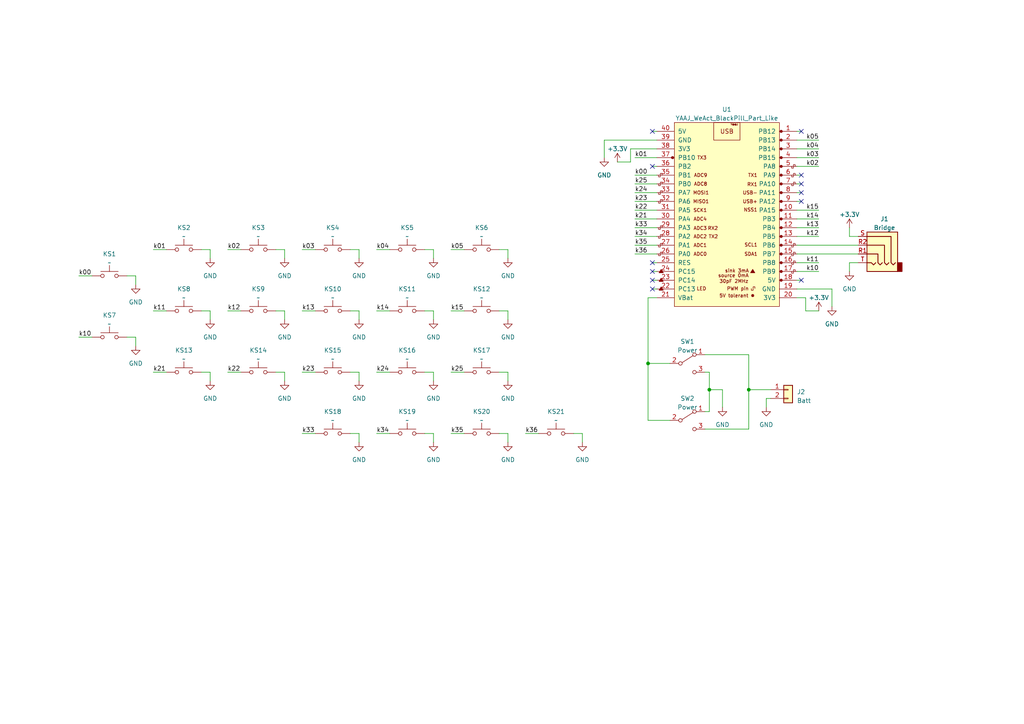
<source format=kicad_sch>
(kicad_sch (version 20230121) (generator eeschema)
  (paper "A4")
  (lib_symbols
    (symbol "Connector_Audio:AudioJack4"
      (property "Reference" "J" (at 0 8.89 0))
      (property "Value" "AudioJack4" (at 0 6.35 0))
      (symbol "AudioJack4_0_1"
        (rectangle (start -6.35 -5.08) (end -7.62 -7.62) (stroke (width 0.254)) (fill (type outline)))
        (polyline (pts (xy 0 -5.08) (xy 0.635 -5.715) (xy 1.27 -5.08) (xy 2.54 -5.08)) (stroke (width 0.254)))
        (polyline (pts (xy -5.715 -5.08) (xy -5.08 -5.715) (xy -4.445 -5.08) (xy -4.445 2.54) (xy 2.54 2.54)) (stroke (width 0.254)))
        (polyline (pts (xy -1.905 -5.08) (xy -1.27 -5.715) (xy -0.635 -5.08) (xy -0.635 -2.54) (xy 2.54 -2.54)) (stroke (width 0.254)))
        (polyline (pts (xy 2.54 0) (xy -2.54 0) (xy -2.54 -5.08) (xy -3.175 -5.715) (xy -3.81 -5.08)) (stroke (width 0.254)))
        (rectangle (start 2.54 3.81) (end -6.35 -7.62) (stroke (width 0.254)) (fill (type background)))
      )
      (symbol "AudioJack4_1_1"
        (pin passive line (at 5.08 -2.54 180) (length 2.54) (name "~") (number "R1"))
        (pin passive line (at 5.08 0 180) (length 2.54) (name "~") (number "R2"))
        (pin passive line (at 5.08 2.54 180) (length 2.54) (name "~") (number "S"))
        (pin passive line (at 5.08 -5.08 180) (length 2.54) (name "~") (number "T"))
      )
    )
    (symbol "Connector_Generic:Conn_01x02" (pin_names (offset 1.016) hide)
      (property "Reference" "J" (at 0 2.54 0))
      (property "Value" "Conn_01x02" (at 0 -5.08 0))
      (symbol "Conn_01x02_1_1"
        (rectangle (start -1.27 -2.413) (end 0 -2.667) (stroke (width 0.1524)))
        (rectangle (start -1.27 0.127) (end 0 -0.127) (stroke (width 0.1524)))
        (rectangle (start -1.27 1.27) (end 1.27 -3.81) (stroke (width 0.254)) (fill (type background)))
        (pin passive line (at -5.08 0 0) (length 3.81) (name "Pin_1") (number "1"))
        (pin passive line (at -5.08 -2.54 0) (length 3.81) (name "Pin_2") (number "2"))
      )
    )
    (symbol "Switch:SW_Push" (pin_numbers hide) (pin_names (offset 1.016) hide)
      (property "Reference" "SW" (at 1.27 2.54 0))
      (property "Value" "SW_Push" (at 0 -1.524 0))
      (symbol "SW_Push_0_1"
        (circle (center -2.032 0) (radius 0.508))
        (polyline (pts (xy 0 1.27) (xy 0 3.048)))
        (polyline (pts (xy 2.54 1.27) (xy -2.54 1.27)))
        (circle (center 2.032 0) (radius 0.508))
        (pin passive line (at -5.08 0 0) (length 2.54) (name "1") (number "1"))
        (pin passive line (at 5.08 0 180) (length 2.54) (name "2") (number "2"))
      )
    )
    (symbol "Switch:SW_SPDT" (pin_names (offset 0) hide)
      (property "Reference" "SW" (at 0 4.318 0))
      (property "Value" "SW_SPDT" (at 0 -5.08 0))
      (symbol "SW_SPDT_0_0"
        (circle (center -2.032 0) (radius 0.508))
        (circle (center 2.032 -2.54) (radius 0.508))
      )
      (symbol "SW_SPDT_0_1"
        (polyline (pts (xy -1.524 0.254) (xy 1.651 2.286)))
        (circle (center 2.032 2.54) (radius 0.508))
      )
      (symbol "SW_SPDT_1_1"
        (pin passive line (at 5.08 2.54 180) (length 2.54) (name "A") (number "1"))
        (pin passive line (at -5.08 0 0) (length 2.54) (name "B") (number "2"))
        (pin passive line (at 5.08 -2.54 180) (length 2.54) (name "C") (number "3"))
      )
    )
    (symbol "kb_weact_blackpill_like:YAAJ_WeAct_BlackPill_Part_Like" (pin_names (offset 1.016))
      (property "Reference" "U" (at -12.7 27.94 0))
      (property "Value" "YAAJ_WeAct_BlackPill_Part_Like" (at 0 2.54 90))
      (symbol "YAAJ_WeAct_BlackPill_Part_Like_0_0"
        (circle (center -15.748 -20.32) (radius 0.3556) (fill (type outline)))
        (circle (center -15.748 -17.78) (radius 0.3556) (fill (type outline)))
        (circle (center -15.748 -15.24) (radius 0.3556) (fill (type outline)))
        (circle (center -15.748 -12.7) (radius 0.3556) (fill (type outline)))
        (circle (center -15.748 -10.16) (radius 0.3556) (fill (type outline)))
        (circle (center -15.748 -7.62) (radius 0.3556) (fill (type outline)))
        (circle (center -15.748 -5.08) (radius 0.3556) (fill (type outline)))
        (circle (center -15.748 -2.54) (radius 0.3556) (fill (type outline)))
        (circle (center -15.748 0) (radius 0.3556) (fill (type outline)))
        (circle (center -15.748 2.54) (radius 0.3556) (fill (type outline)))
        (circle (center -15.748 5.08) (radius 0.3556) (fill (type outline)))
        (circle (center -15.748 7.62) (radius 0.3556) (fill (type outline)))
        (circle (center -15.748 10.16) (radius 0.3556) (fill (type outline)))
        (circle (center -15.748 12.7) (radius 0.3556) (fill (type outline)))
        (circle (center -15.748 15.24) (radius 0.3556) (fill (type outline)))
        (circle (center -15.748 17.78) (radius 0.3556) (fill (type outline)))
        (circle (center -15.748 22.86) (radius 0.3556) (fill (type outline)))
        (circle (center -7.493 -24.765) (radius 0.127) (fill (type outline)))
        (circle (center -7.493 -24.765) (radius 0.254))
        (circle (center -7.493 -24.765) (radius 0.3556))
        (polyline (pts (xy -8.128 -18.161) (xy -7.493 -17.145) (xy -6.858 -18.161) (xy -8.128 -18.161) (xy -7.493 -17.272) (xy -6.985 -18.161) (xy -8.001 -18.034) (xy -7.493 -17.399) (xy -7.112 -18.161) (xy -7.874 -17.907) (xy -7.366 -17.526) (xy -7.239 -18.161) (xy -7.747 -17.78) (xy -7.239 -17.653) (xy -7.366 -18.034) (xy -7.62 -17.78) (xy -7.366 -17.907) (xy -7.493 -17.653)))
        (polyline (pts (xy 18.415 -23.241) (xy 19.05 -22.225) (xy 19.685 -23.241) (xy 18.415 -23.241) (xy 19.05 -22.352) (xy 19.558 -23.241) (xy 18.542 -23.114) (xy 19.05 -22.479) (xy 19.431 -23.241) (xy 18.669 -22.987) (xy 19.177 -22.606) (xy 19.304 -23.241) (xy 18.796 -22.86) (xy 19.304 -22.733) (xy 19.177 -23.114) (xy 18.923 -22.86) (xy 19.177 -22.987) (xy 19.05 -22.733)))
        (polyline (pts (xy 18.415 -20.701) (xy 19.05 -19.685) (xy 19.685 -20.701) (xy 18.415 -20.701) (xy 19.05 -19.812) (xy 19.558 -20.701) (xy 18.542 -20.574) (xy 19.05 -19.939) (xy 19.431 -20.701) (xy 18.669 -20.447) (xy 19.177 -20.066) (xy 19.304 -20.701) (xy 18.796 -20.32) (xy 19.304 -20.193) (xy 19.177 -20.574) (xy 18.923 -20.32) (xy 19.177 -20.447) (xy 19.05 -20.193)))
        (polyline (pts (xy 18.415 -18.161) (xy 19.05 -17.145) (xy 19.685 -18.161) (xy 18.415 -18.161) (xy 19.05 -17.272) (xy 19.558 -18.161) (xy 18.542 -18.034) (xy 19.05 -17.399) (xy 19.431 -18.161) (xy 18.669 -17.907) (xy 19.177 -17.526) (xy 19.304 -18.161) (xy 18.796 -17.78) (xy 19.304 -17.653) (xy 19.177 -18.034) (xy 18.923 -17.78) (xy 19.177 -17.907) (xy 19.05 -17.653)))
        (circle (center 15.748 15.24) (radius 0.254) (fill (type outline)))
        (circle (center 15.748 15.24) (radius 0.3556))
        (text "30pF 2MHz" (at -2.032 -20.574 0) (effects (font (size 0.9906 0.9906))))
        (text "5V tolerant" (at -2.032 -24.765 0) (effects (font (size 0.9906 0.9906))))
        (text "ADC0" (at 7.747 -12.7 0) (effects (font (size 0.9906 0.9906))))
        (text "ADC1" (at 7.747 -10.16 0) (effects (font (size 0.9906 0.9906))))
        (text "ADC2" (at 7.747 -7.62 0) (effects (font (size 0.9906 0.9906))))
        (text "ADC3" (at 7.747 -5.207 0) (effects (font (size 0.9906 0.9906))))
        (text "ADC4" (at 7.747 -2.54 0) (effects (font (size 0.9906 0.9906))))
        (text "ADC8" (at 7.62 7.62 0) (effects (font (size 0.9906 0.9906))))
        (text "ADC9" (at 7.62 10.16 0) (effects (font (size 0.9906 0.9906))))
        (text "LED" (at 7.366 -22.733 0) (effects (font (size 0.9906 0.9906))))
        (text "MISO1" (at 7.493 2.54 0) (effects (font (size 0.9906 0.9906))))
        (text "MOSI1" (at 7.493 5.08 0) (effects (font (size 0.9906 0.9906))))
        (text "NSS1" (at -6.858 0.127 0) (effects (font (size 0.9906 0.9906))))
        (text "PWM pin" (at -3.175 -22.733 0) (effects (font (size 0.9906 0.9906))))
        (text "RX1" (at -7.366 7.493 0) (effects (font (size 0.9906 0.9906))))
        (text "RX2" (at 4.064 -5.207 0) (effects (font (size 0.9906 0.9906))))
        (text "SCK1" (at 7.747 0 0) (effects (font (size 0.9906 0.9906))))
        (text "SCL1" (at -6.985 -10.033 0) (effects (font (size 0.9906 0.9906))))
        (text "SDA1" (at -6.985 -12.7 0) (effects (font (size 0.9906 0.9906))))
        (text "sink 3mA" (at -2.921 -17.526 0) (effects (font (size 0.9906 0.9906))))
        (text "source 0mA" (at -1.905 -18.923 0) (effects (font (size 0.9906 0.9906))))
        (text "TX1" (at -7.493 10.16 0) (effects (font (size 0.9906 0.9906))))
        (text "TX2" (at 3.937 -7.62 0) (effects (font (size 0.9906 0.9906))))
        (text "TX3" (at 7.239 15.24 0) (effects (font (size 0.9906 0.9906))))
        (text "USB" (at 0 22.86 0) (effects (font (size 1.27 1.27))))
        (text "USB+" (at -6.731 2.54 0) (effects (font (size 0.9906 0.9906))))
        (text "USB-" (at -6.731 5.08 0) (effects (font (size 0.9906 0.9906))))
        (text "Y@@J" (at -2.159 24.892 0) (effects (font (size 0.508 0.508))))
      )
      (symbol "YAAJ_WeAct_BlackPill_Part_Like_0_1"
        (rectangle (start -15.24 25.4) (end 15.24 -27.94) (fill (type background)))
        (polyline (pts (xy -18.796 -17.78) (xy -18.796 -18.288) (xy -19.304 -18.288) (xy -19.304 -17.272) (xy -19.812 -17.272) (xy -19.812 -17.78)))
        (polyline (pts (xy -18.796 -15.24) (xy -18.796 -15.748) (xy -19.304 -15.748) (xy -19.304 -14.732) (xy -19.812 -14.732) (xy -19.812 -15.24)))
        (polyline (pts (xy -18.796 -12.7) (xy -18.796 -13.208) (xy -19.304 -13.208) (xy -19.304 -12.192) (xy -19.812 -12.192) (xy -19.812 -12.7)))
        (polyline (pts (xy -18.796 -10.16) (xy -18.796 -10.668) (xy -19.304 -10.668) (xy -19.304 -9.652) (xy -19.812 -9.652) (xy -19.812 -10.16)))
        (polyline (pts (xy -18.796 7.62) (xy -18.796 7.112) (xy -19.304 7.112) (xy -19.304 8.128) (xy -19.812 8.128) (xy -19.812 7.62)))
        (polyline (pts (xy -18.796 10.16) (xy -18.796 9.652) (xy -19.304 9.652) (xy -19.304 10.668) (xy -19.812 10.668) (xy -19.812 10.16)))
        (polyline (pts (xy -18.796 12.7) (xy -18.796 12.192) (xy -19.304 12.192) (xy -19.304 13.208) (xy -19.812 13.208) (xy -19.812 12.7)))
        (polyline (pts (xy -7.112 -22.733) (xy -7.112 -23.241) (xy -7.62 -23.241) (xy -7.62 -22.225) (xy -8.128 -22.225) (xy -8.128 -22.733)))
        (polyline (pts (xy 19.812 -12.7) (xy 19.812 -13.208) (xy 19.304 -13.208) (xy 19.304 -12.192) (xy 18.796 -12.192) (xy 18.796 -12.7)))
        (polyline (pts (xy 19.812 -10.16) (xy 19.812 -10.668) (xy 19.304 -10.668) (xy 19.304 -9.652) (xy 18.796 -9.652) (xy 18.796 -10.16)))
        (polyline (pts (xy 19.812 -7.62) (xy 19.812 -8.128) (xy 19.304 -8.128) (xy 19.304 -7.112) (xy 18.796 -7.112) (xy 18.796 -7.62)))
        (polyline (pts (xy 19.812 -5.08) (xy 19.812 -5.588) (xy 19.304 -5.588) (xy 19.304 -4.572) (xy 18.796 -4.572) (xy 18.796 -5.08)))
        (polyline (pts (xy 19.812 2.54) (xy 19.812 2.032) (xy 19.304 2.032) (xy 19.304 3.048) (xy 18.796 3.048) (xy 18.796 2.54)))
        (polyline (pts (xy 19.812 5.08) (xy 19.812 4.572) (xy 19.304 4.572) (xy 19.304 5.588) (xy 18.796 5.588) (xy 18.796 5.08)))
        (polyline (pts (xy 19.812 7.62) (xy 19.812 7.112) (xy 19.304 7.112) (xy 19.304 8.128) (xy 18.796 8.128) (xy 18.796 7.62)))
        (polyline (pts (xy 19.812 10.16) (xy 19.812 9.652) (xy 19.304 9.652) (xy 19.304 10.668) (xy 18.796 10.668) (xy 18.796 10.16)))
        (rectangle (start 3.81 25.4) (end -3.81 20.32))
      )
      (symbol "YAAJ_WeAct_BlackPill_Part_Like_1_1"
        (circle (center -15.748 20.32) (radius 0.3556) (fill (type outline)))
        (pin bidirectional line (at -20.32 22.86 0) (length 5.08) (name "PB12") (number "1"))
        (pin bidirectional line (at -20.32 0 0) (length 5.08) (name "PA15") (number "10"))
        (pin bidirectional line (at -20.32 -2.54 0) (length 5.08) (name "PB3") (number "11"))
        (pin bidirectional line (at -20.32 -5.08 0) (length 5.08) (name "PB4") (number "12"))
        (pin bidirectional line (at -20.32 -7.62 0) (length 5.08) (name "PB5") (number "13"))
        (pin bidirectional line (at -20.32 -10.16 0) (length 5.08) (name "PB6") (number "14"))
        (pin bidirectional line (at -20.32 -12.7 0) (length 5.08) (name "PB7") (number "15"))
        (pin bidirectional line (at -20.32 -15.24 0) (length 5.08) (name "PB8") (number "16"))
        (pin bidirectional line (at -20.32 -17.78 0) (length 5.08) (name "PB9") (number "17"))
        (pin power_in line (at -20.32 -20.32 0) (length 5.08) (name "5V") (number "18"))
        (pin power_in line (at -20.32 -22.86 0) (length 5.08) (name "GND") (number "19"))
        (pin bidirectional line (at -20.32 20.32 0) (length 5.08) (name "PB13") (number "2"))
        (pin power_in line (at -20.32 -25.4 0) (length 5.08) (name "3V3") (number "20"))
        (pin power_in line (at 20.32 -25.4 180) (length 5.08) (name "VBat") (number "21"))
        (pin bidirectional line (at 20.32 -22.86 180) (length 5.08) (name "PC13") (number "22"))
        (pin bidirectional line (at 20.32 -20.32 180) (length 5.08) (name "PC14") (number "23"))
        (pin bidirectional line (at 20.32 -17.78 180) (length 5.08) (name "PC15") (number "24"))
        (pin input line (at 20.32 -15.24 180) (length 5.08) (name "RES") (number "25"))
        (pin bidirectional line (at 20.32 -12.7 180) (length 5.08) (name "PA0") (number "26"))
        (pin bidirectional line (at 20.32 -10.16 180) (length 5.08) (name "PA1") (number "27"))
        (pin bidirectional line (at 20.32 -7.62 180) (length 5.08) (name "PA2") (number "28"))
        (pin bidirectional line (at 20.32 -5.08 180) (length 5.08) (name "PA3") (number "29"))
        (pin bidirectional line (at -20.32 17.78 0) (length 5.08) (name "PB14") (number "3"))
        (pin bidirectional line (at 20.32 -2.54 180) (length 5.08) (name "PA4") (number "30"))
        (pin bidirectional line (at 20.32 0 180) (length 5.08) (name "PA5") (number "31"))
        (pin bidirectional line (at 20.32 2.54 180) (length 5.08) (name "PA6") (number "32"))
        (pin bidirectional line (at 20.32 5.08 180) (length 5.08) (name "PA7") (number "33"))
        (pin bidirectional line (at 20.32 7.62 180) (length 5.08) (name "PB0") (number "34"))
        (pin bidirectional line (at 20.32 10.16 180) (length 5.08) (name "PB1") (number "35"))
        (pin bidirectional line (at 20.32 12.7 180) (length 5.08) (name "PB2") (number "36"))
        (pin bidirectional line (at 20.32 15.24 180) (length 5.08) (name "PB10") (number "37"))
        (pin power_in line (at 20.32 17.78 180) (length 5.08) (name "3V3") (number "38"))
        (pin power_in line (at 20.32 20.32 180) (length 5.08) (name "GND") (number "39"))
        (pin bidirectional line (at -20.32 15.24 0) (length 5.08) (name "PB15") (number "4"))
        (pin power_in line (at 20.32 22.86 180) (length 5.08) (name "5V") (number "40"))
        (pin bidirectional line (at -20.32 12.7 0) (length 5.08) (name "PA8") (number "5"))
        (pin bidirectional line (at -20.32 10.16 0) (length 5.08) (name "PA9") (number "6"))
        (pin bidirectional line (at -20.32 7.62 0) (length 5.08) (name "PA10") (number "7"))
        (pin bidirectional line (at -20.32 5.08 0) (length 5.08) (name "PA11") (number "8"))
        (pin bidirectional line (at -20.32 2.54 0) (length 5.08) (name "PA12") (number "9"))
      )
    )
    (symbol "power:+3.3V" (power) (pin_names (offset 0))
      (property "Value" "+3.3V" (at 0 3.556 0))
      (symbol "+3.3V_0_1"
        (polyline (pts (xy -0.762 1.27) (xy 0 2.54)))
        (polyline (pts (xy 0 0) (xy 0 2.54)))
        (polyline (pts (xy 0 2.54) (xy 0.762 1.27)))
      )
      (symbol "+3.3V_1_1"
        (pin power_in line (at 0 0 90) (length 0) hide (name "+3.3V") (number "1"))
      )
    )
    (symbol "power:GND" (power) (pin_names (offset 0))
      (property "Value" "GND" (at 0 -3.81 0))
      (symbol "GND_0_1"
        (polyline (pts (xy 0 0) (xy 0 -1.27) (xy 1.27 -1.27) (xy 0 -2.54) (xy -1.27 -1.27) (xy 0 -1.27)))
      )
      (symbol "GND_1_1"
        (pin power_in line (at 0 0 270) (length 0) hide (name "GND") (number "1"))
      )
    )
  )
  (junction (at 205.74 113.03))
  (junction (at 187.96 105.41))
  (junction (at 217.17 113.03))
  (no_connect (at 232.41 50.8))
  (no_connect (at 232.41 58.42))
  (no_connect (at 232.41 81.28))
  (no_connect (at 189.23 38.1))
  (no_connect (at 232.41 38.1))
  (no_connect (at 232.41 55.88))
  (no_connect (at 189.23 81.28))
  (no_connect (at 232.41 53.34))
  (no_connect (at 189.23 83.82))
  (no_connect (at 189.23 48.26))
  (no_connect (at 189.23 76.2))
  (no_connect (at 189.23 78.74))
  (wire (pts (xy 130.81 90.17) (xy 134.62 90.17)))
  (wire (pts (xy 44.45 90.17) (xy 48.26 90.17)))
  (wire (pts (xy 184.15 50.8) (xy 190.5 50.8)))
  (wire (pts (xy 175.26 40.64) (xy 175.26 45.72)))
  (wire (pts (xy 231.14 76.2) (xy 237.49 76.2)))
  (wire (pts (xy 147.32 110.49) (xy 147.32 107.95)))
  (wire (pts (xy 104.14 72.39) (xy 101.6 72.39)))
  (wire (pts (xy 231.14 68.58) (xy 237.49 68.58)))
  (wire (pts (xy 182.88 46.99) (xy 179.07 46.99)))
  (wire (pts (xy 39.37 80.01) (xy 36.83 80.01)))
  (wire (pts (xy 66.04 107.95) (xy 69.85 107.95)))
  (wire (pts (xy 147.32 74.93) (xy 147.32 72.39)))
  (wire (pts (xy 184.15 53.34) (xy 190.5 53.34)))
  (wire (pts (xy 189.23 81.28) (xy 190.5 81.28)))
  (wire (pts (xy 104.14 110.49) (xy 104.14 107.95)))
  (wire (pts (xy 125.73 128.27) (xy 125.73 125.73)))
  (wire (pts (xy 187.96 86.36) (xy 187.96 105.41)))
  (wire (pts (xy 125.73 125.73) (xy 123.19 125.73)))
  (wire (pts (xy 147.32 72.39) (xy 144.78 72.39)))
  (wire (pts (xy 125.73 110.49) (xy 125.73 107.95)))
  (wire (pts (xy 104.14 107.95) (xy 101.6 107.95)))
  (wire (pts (xy 182.88 43.18) (xy 190.5 43.18)))
  (wire (pts (xy 184.15 71.12) (xy 190.5 71.12)))
  (wire (pts (xy 231.14 50.8) (xy 232.41 50.8)))
  (wire (pts (xy 189.23 78.74) (xy 190.5 78.74)))
  (wire (pts (xy 66.04 90.17) (xy 69.85 90.17)))
  (wire (pts (xy 147.32 125.73) (xy 144.78 125.73)))
  (wire (pts (xy 189.23 83.82) (xy 190.5 83.82)))
  (wire (pts (xy 147.32 128.27) (xy 147.32 125.73)))
  (wire (pts (xy 184.15 58.42) (xy 190.5 58.42)))
  (wire (pts (xy 104.14 92.71) (xy 104.14 90.17)))
  (wire (pts (xy 168.91 125.73) (xy 166.37 125.73)))
  (wire (pts (xy 189.23 38.1) (xy 190.5 38.1)))
  (wire (pts (xy 205.74 113.03) (xy 209.55 113.03)))
  (wire (pts (xy 184.15 66.04) (xy 190.5 66.04)))
  (wire (pts (xy 66.04 72.39) (xy 69.85 72.39)))
  (wire (pts (xy 44.45 107.95) (xy 48.26 107.95)))
  (wire (pts (xy 147.32 107.95) (xy 144.78 107.95)))
  (wire (pts (xy 109.22 90.17) (xy 113.03 90.17)))
  (wire (pts (xy 125.73 72.39) (xy 123.19 72.39)))
  (wire (pts (xy 125.73 92.71) (xy 125.73 90.17)))
  (wire (pts (xy 104.14 90.17) (xy 101.6 90.17)))
  (wire (pts (xy 60.96 110.49) (xy 60.96 107.95)))
  (wire (pts (xy 104.14 74.93) (xy 104.14 72.39)))
  (wire (pts (xy 60.96 74.93) (xy 60.96 72.39)))
  (wire (pts (xy 217.17 102.87) (xy 204.47 102.87)))
  (wire (pts (xy 87.63 107.95) (xy 91.44 107.95)))
  (wire (pts (xy 231.14 43.18) (xy 237.49 43.18)))
  (wire (pts (xy 231.14 38.1) (xy 232.41 38.1)))
  (wire (pts (xy 233.68 86.36) (xy 231.14 86.36)))
  (wire (pts (xy 222.25 115.57) (xy 223.52 115.57)))
  (wire (pts (xy 231.14 45.72) (xy 237.49 45.72)))
  (wire (pts (xy 184.15 73.66) (xy 190.5 73.66)))
  (wire (pts (xy 233.68 90.17) (xy 233.68 86.36)))
  (wire (pts (xy 205.74 119.38) (xy 205.74 113.03)))
  (wire (pts (xy 125.73 107.95) (xy 123.19 107.95)))
  (wire (pts (xy 248.92 68.58) (xy 246.38 68.58)))
  (wire (pts (xy 39.37 82.55) (xy 39.37 80.01)))
  (wire (pts (xy 82.55 110.49) (xy 82.55 107.95)))
  (wire (pts (xy 168.91 128.27) (xy 168.91 125.73)))
  (wire (pts (xy 231.14 83.82) (xy 241.3 83.82)))
  (wire (pts (xy 39.37 100.33) (xy 39.37 97.79)))
  (wire (pts (xy 217.17 124.46) (xy 217.17 113.03)))
  (wire (pts (xy 233.68 90.17) (xy 237.49 90.17)))
  (wire (pts (xy 184.15 55.88) (xy 190.5 55.88)))
  (wire (pts (xy 187.96 86.36) (xy 190.5 86.36)))
  (wire (pts (xy 204.47 119.38) (xy 205.74 119.38)))
  (wire (pts (xy 248.92 76.2) (xy 246.38 76.2)))
  (wire (pts (xy 22.86 80.01) (xy 26.67 80.01)))
  (wire (pts (xy 205.74 107.95) (xy 205.74 113.03)))
  (wire (pts (xy 231.14 55.88) (xy 232.41 55.88)))
  (wire (pts (xy 184.15 68.58) (xy 190.5 68.58)))
  (wire (pts (xy 222.25 115.57) (xy 222.25 118.11)))
  (wire (pts (xy 189.23 48.26) (xy 190.5 48.26)))
  (wire (pts (xy 109.22 125.73) (xy 113.03 125.73)))
  (wire (pts (xy 189.23 76.2) (xy 190.5 76.2)))
  (wire (pts (xy 60.96 107.95) (xy 58.42 107.95)))
  (wire (pts (xy 109.22 72.39) (xy 113.03 72.39)))
  (wire (pts (xy 87.63 125.73) (xy 91.44 125.73)))
  (wire (pts (xy 22.86 97.79) (xy 26.67 97.79)))
  (wire (pts (xy 152.4 125.73) (xy 156.21 125.73)))
  (wire (pts (xy 231.14 58.42) (xy 232.41 58.42)))
  (wire (pts (xy 104.14 128.27) (xy 104.14 125.73)))
  (wire (pts (xy 182.88 43.18) (xy 182.88 46.99)))
  (wire (pts (xy 104.14 125.73) (xy 101.6 125.73)))
  (wire (pts (xy 60.96 72.39) (xy 58.42 72.39)))
  (wire (pts (xy 205.74 107.95) (xy 204.47 107.95)))
  (wire (pts (xy 87.63 72.39) (xy 91.44 72.39)))
  (wire (pts (xy 231.14 66.04) (xy 237.49 66.04)))
  (wire (pts (xy 231.14 81.28) (xy 232.41 81.28)))
  (wire (pts (xy 82.55 74.93) (xy 82.55 72.39)))
  (wire (pts (xy 231.14 73.66) (xy 248.92 73.66)))
  (wire (pts (xy 204.47 124.46) (xy 217.17 124.46)))
  (wire (pts (xy 231.14 53.34) (xy 232.41 53.34)))
  (wire (pts (xy 39.37 97.79) (xy 36.83 97.79)))
  (wire (pts (xy 184.15 45.72) (xy 190.5 45.72)))
  (wire (pts (xy 130.81 107.95) (xy 134.62 107.95)))
  (wire (pts (xy 82.55 107.95) (xy 80.01 107.95)))
  (wire (pts (xy 231.14 60.96) (xy 237.49 60.96)))
  (wire (pts (xy 231.14 40.64) (xy 237.49 40.64)))
  (wire (pts (xy 217.17 102.87) (xy 217.17 113.03)))
  (wire (pts (xy 194.31 121.92) (xy 187.96 121.92)))
  (wire (pts (xy 184.15 63.5) (xy 190.5 63.5)))
  (wire (pts (xy 87.63 90.17) (xy 91.44 90.17)))
  (wire (pts (xy 217.17 113.03) (xy 223.52 113.03)))
  (wire (pts (xy 147.32 92.71) (xy 147.32 90.17)))
  (wire (pts (xy 147.32 90.17) (xy 144.78 90.17)))
  (wire (pts (xy 246.38 66.04) (xy 246.38 68.58)))
  (wire (pts (xy 231.14 78.74) (xy 237.49 78.74)))
  (wire (pts (xy 82.55 72.39) (xy 80.01 72.39)))
  (wire (pts (xy 125.73 74.93) (xy 125.73 72.39)))
  (wire (pts (xy 184.15 60.96) (xy 190.5 60.96)))
  (wire (pts (xy 44.45 72.39) (xy 48.26 72.39)))
  (wire (pts (xy 187.96 121.92) (xy 187.96 105.41)))
  (wire (pts (xy 125.73 90.17) (xy 123.19 90.17)))
  (wire (pts (xy 60.96 90.17) (xy 58.42 90.17)))
  (wire (pts (xy 175.26 40.64) (xy 190.5 40.64)))
  (wire (pts (xy 231.14 48.26) (xy 237.49 48.26)))
  (wire (pts (xy 231.14 63.5) (xy 237.49 63.5)))
  (wire (pts (xy 82.55 90.17) (xy 80.01 90.17)))
  (wire (pts (xy 209.55 113.03) (xy 209.55 118.11)))
  (wire (pts (xy 82.55 92.71) (xy 82.55 90.17)))
  (wire (pts (xy 60.96 92.71) (xy 60.96 90.17)))
  (wire (pts (xy 109.22 107.95) (xy 113.03 107.95)))
  (wire (pts (xy 241.3 83.82) (xy 241.3 88.9)))
  (wire (pts (xy 130.81 72.39) (xy 134.62 72.39)))
  (wire (pts (xy 187.96 105.41) (xy 194.31 105.41)))
  (wire (pts (xy 246.38 76.2) (xy 246.38 78.74)))
  (wire (pts (xy 130.81 125.73) (xy 134.62 125.73)))
  (wire (pts (xy 231.14 71.12) (xy 248.92 71.12)))
  (label "k23" (at 184.15 58.42 0))
  (label "k21" (at 44.45 107.95 0))
  (label "k01" (at 44.45 72.39 0))
  (label "k33" (at 184.15 66.04 0))
  (label "k34" (at 109.22 125.73 0))
  (label "k13" (at 87.63 90.17 0))
  (label "k00" (at 184.15 50.8 0))
  (label "k36" (at 184.15 73.66 0))
  (label "k22" (at 66.04 107.95 0))
  (label "k14" (at 237.49 63.5 180))
  (label "k01" (at 184.15 45.72 0))
  (label "k11" (at 44.45 90.17 0))
  (label "k14" (at 109.22 90.17 0))
  (label "k22" (at 184.15 60.96 0))
  (label "k12" (at 66.04 90.17 0))
  (label "k00" (at 22.86 80.01 0))
  (label "k02" (at 237.49 48.26 180))
  (label "k21" (at 184.15 63.5 0))
  (label "k04" (at 109.22 72.39 0))
  (label "k12" (at 237.49 68.58 180))
  (label "k05" (at 130.81 72.39 0))
  (label "k10" (at 237.49 78.74 180))
  (label "k35" (at 130.81 125.73 0))
  (label "k03" (at 87.63 72.39 0))
  (label "k15" (at 130.81 90.17 0))
  (label "k24" (at 184.15 55.88 0))
  (label "k10" (at 22.86 97.79 0))
  (label "k34" (at 184.15 68.58 0))
  (label "k25" (at 130.81 107.95 0))
  (label "k33" (at 87.63 125.73 0))
  (label "k04" (at 237.49 43.18 180))
  (label "k24" (at 109.22 107.95 0))
  (label "k13" (at 237.49 66.04 180))
  (label "k15" (at 237.49 60.96 180))
  (label "k02" (at 66.04 72.39 0))
  (label "k05" (at 237.49 40.64 180))
  (label "k35" (at 184.15 71.12 0))
  (label "k25" (at 184.15 53.34 0))
  (label "k36" (at 152.4 125.73 0))
  (label "k11" (at 237.49 76.2 180))
  (label "k03" (at 237.49 45.72 180))
  (label "k23" (at 87.63 107.95 0))
  (symbol (lib_id "power:GND") (at 147.32 92.71 0) (unit 1)
    (property "Reference" "#PWR015" (effects hide))
    (property "Value" "GND" (at 147.32 97.79 0))
  )
  (symbol (lib_id "power:GND") (at 147.32 74.93 0) (unit 1)
    (property "Reference" "#PWR09" (effects hide))
    (property "Value" "GND" (at 147.32 80.01 0))
  )
  (symbol (lib_id "Switch:SW_Push") (at 31.75 80.01 0) (unit 1)
    (property "Reference" "KS1" (at 31.75 73.66 0))
    (property "Value" "~" (at 31.75 76.2 0))
    (property "Footprint" "nantor:Kailh_socket_PG1350_optional_reversible_clean" (effects hide))
  )
  (symbol (lib_id "power:GND") (at 60.96 92.71 0) (unit 1)
    (property "Reference" "#PWR011" (effects hide))
    (property "Value" "GND" (at 60.96 97.79 0))
  )
  (symbol (lib_id "power:GND") (at 82.55 110.49 0) (unit 1)
    (property "Reference" "#PWR017" (effects hide))
    (property "Value" "GND" (at 82.55 115.57 0))
  )
  (symbol (lib_id "power:GND") (at 125.73 110.49 0) (unit 1)
    (property "Reference" "#PWR019" (effects hide))
    (property "Value" "GND" (at 125.73 115.57 0))
  )
  (symbol (lib_id "power:GND") (at 104.14 110.49 0) (unit 1)
    (property "Reference" "#PWR018" (effects hide))
    (property "Value" "GND" (at 104.14 115.57 0))
  )
  (symbol (lib_id "power:GND") (at 60.96 74.93 0) (unit 1)
    (property "Reference" "#PWR05" (effects hide))
    (property "Value" "GND" (at 60.96 80.01 0))
  )
  (symbol (lib_id "kb_weact_blackpill_like:YAAJ_WeAct_BlackPill_Part_Like") (at 210.82 60.96 0) (mirror y) (unit 1)
    (property "Reference" "U1" (at 210.82 31.75 0))
    (property "Value" "YAAJ_WeAct_BlackPill_Part_Like" (at 210.82 34.29 0))
    (property "Footprint" "nantor:BlackPill" (effects hide))
  )
  (symbol (lib_id "power:GND") (at 104.14 92.71 0) (unit 1)
    (property "Reference" "#PWR013" (effects hide))
    (property "Value" "GND" (at 104.14 97.79 0))
  )
  (symbol (lib_id "Switch:SW_Push") (at 161.29 125.73 0) (unit 1)
    (property "Reference" "KS21" (at 161.29 119.38 0))
    (property "Value" "~" (at 161.29 121.92 0))
    (property "Footprint" "nantor:Kailh_socket_PG1350_optional_reversible_clean" (effects hide))
  )
  (symbol (lib_id "power:GND") (at 39.37 100.33 0) (unit 1)
    (property "Reference" "#PWR010" (effects hide))
    (property "Value" "GND" (at 39.37 105.41 0))
  )
  (symbol (lib_id "Switch:SW_Push") (at 53.34 72.39 0) (unit 1)
    (property "Reference" "KS2" (at 53.34 66.04 0))
    (property "Value" "~" (at 53.34 68.58 0))
    (property "Footprint" "nantor:Kailh_socket_PG1350_optional_reversible_clean" (effects hide))
  )
  (symbol (lib_id "Switch:SW_Push") (at 118.11 72.39 0) (unit 1)
    (property "Reference" "KS5" (at 118.11 66.04 0))
    (property "Value" "~" (at 118.11 68.58 0))
    (property "Footprint" "nantor:Kailh_socket_PG1350_optional_reversible_clean" (effects hide))
  )
  (symbol (lib_id "power:+3.3V") (at 246.38 66.04 0) (mirror y) (unit 1)
    (property "Reference" "#PWR02" (effects hide))
    (property "Value" "+3.3V" (at 246.38 62.23 0))
  )
  (symbol (lib_id "Switch:SW_Push") (at 96.52 72.39 0) (unit 1)
    (property "Reference" "KS4" (at 96.52 66.04 0))
    (property "Value" "~" (at 96.52 68.58 0))
    (property "Footprint" "nantor:Kailh_socket_PG1350_optional_reversible_clean" (effects hide))
  )
  (symbol (lib_id "power:GND") (at 209.55 118.11 0) (unit 1)
    (property "Reference" "#PWR01" (effects hide))
    (property "Value" "GND" (at 209.55 123.19 0))
  )
  (symbol (lib_id "Switch:SW_Push") (at 96.52 125.73 0) (unit 1)
    (property "Reference" "KS18" (at 96.52 119.38 0))
    (property "Value" "~" (at 96.52 121.92 0))
    (property "Footprint" "nantor:Kailh_socket_PG1350_optional_reversible_clean" (effects hide))
  )
  (symbol (lib_id "power:GND") (at 147.32 110.49 0) (unit 1)
    (property "Reference" "#PWR020" (effects hide))
    (property "Value" "GND" (at 147.32 115.57 0))
  )
  (symbol (lib_id "power:GND") (at 104.14 74.93 0) (unit 1)
    (property "Reference" "#PWR07" (effects hide))
    (property "Value" "GND" (at 104.14 80.01 0))
  )
  (symbol (lib_id "power:GND") (at 222.25 118.11 0) (unit 1)
    (property "Reference" "#PWR029" (effects hide))
    (property "Value" "GND" (at 222.25 123.19 0))
  )
  (symbol (lib_id "Switch:SW_Push") (at 53.34 107.95 0) (unit 1)
    (property "Reference" "KS13" (at 53.34 101.6 0))
    (property "Value" "~" (at 53.34 104.14 0))
    (property "Footprint" "nantor:Kailh_socket_PG1350_optional_reversible_clean" (effects hide))
  )
  (symbol (lib_id "power:+3.3V") (at 179.07 46.99 0) (unit 1)
    (property "Reference" "#PWR027" (effects hide))
    (property "Value" "+3.3V" (at 179.07 43.18 0))
  )
  (symbol (lib_id "power:GND") (at 168.91 128.27 0) (unit 1)
    (property "Reference" "#PWR024" (effects hide))
    (property "Value" "GND" (at 168.91 133.35 0))
  )
  (symbol (lib_id "power:GND") (at 147.32 128.27 0) (unit 1)
    (property "Reference" "#PWR023" (effects hide))
    (property "Value" "GND" (at 147.32 133.35 0))
  )
  (symbol (lib_id "Switch:SW_Push") (at 118.11 90.17 0) (unit 1)
    (property "Reference" "KS11" (at 118.11 83.82 0))
    (property "Value" "~" (at 118.11 86.36 0))
    (property "Footprint" "nantor:Kailh_socket_PG1350_optional_reversible_clean" (effects hide))
  )
  (symbol (lib_id "power:GND") (at 175.26 45.72 0) (unit 1)
    (property "Reference" "#PWR028" (effects hide))
    (property "Value" "GND" (at 175.26 50.8 0))
  )
  (symbol (lib_id "Switch:SW_Push") (at 139.7 107.95 0) (unit 1)
    (property "Reference" "KS17" (at 139.7 101.6 0))
    (property "Value" "~" (at 139.7 104.14 0))
    (property "Footprint" "nantor:Kailh_socket_PG1350_optional_reversible_clean" (effects hide))
  )
  (symbol (lib_id "power:GND") (at 246.38 78.74 0) (mirror y) (unit 1)
    (property "Reference" "#PWR03" (effects hide))
    (property "Value" "GND" (at 246.38 83.82 0))
  )
  (symbol (lib_id "Switch:SW_Push") (at 139.7 90.17 0) (unit 1)
    (property "Reference" "KS12" (at 139.7 83.82 0))
    (property "Value" "~" (at 139.7 86.36 0))
    (property "Footprint" "nantor:Kailh_socket_PG1350_optional_reversible_clean" (effects hide))
  )
  (symbol (lib_id "Connector_Audio:AudioJack4") (at 254 71.12 0) (mirror y) (unit 1)
    (property "Reference" "J1" (at 256.54 63.5 0))
    (property "Value" "Bridge" (at 256.54 66.04 0))
    (property "Footprint" "nantor:TRRS-PJ-320A" (effects hide))
  )
  (symbol (lib_id "Switch:SW_Push") (at 118.11 125.73 0) (unit 1)
    (property "Reference" "KS19" (at 118.11 119.38 0))
    (property "Value" "~" (at 118.11 121.92 0))
    (property "Footprint" "nantor:Kailh_socket_PG1350_optional_reversible_clean" (effects hide))
  )
  (symbol (lib_id "Switch:SW_SPDT") (at 199.39 105.41 0) (unit 1)
    (property "Reference" "SW1" (at 199.39 99.06 0))
    (property "Value" "Power" (at 199.39 101.6 0))
    (property "Footprint" "nantor:SW_SPDT_PCM12" (effects hide))
  )
  (symbol (lib_id "power:GND") (at 241.3 88.9 0) (mirror y) (unit 1)
    (property "Reference" "#PWR025" (effects hide))
    (property "Value" "GND" (at 241.3 93.98 0))
  )
  (symbol (lib_id "Connector_Generic:Conn_01x02") (at 228.6 113.03 0) (unit 1)
    (property "Reference" "J2" (at 231.14 113.665 0) (effects (justify left)))
    (property "Value" "Batt" (at 231.14 116.205 0) (effects (justify left)))
    (property "Footprint" "nantor:JST_EH_S2B-EH_1x02_P2.50mm_Horizontal" (effects hide))
  )
  (symbol (lib_id "Switch:SW_Push") (at 118.11 107.95 0) (unit 1)
    (property "Reference" "KS16" (at 118.11 101.6 0))
    (property "Value" "~" (at 118.11 104.14 0))
    (property "Footprint" "nantor:Kailh_socket_PG1350_optional_reversible_clean" (effects hide))
  )
  (symbol (lib_id "power:+3.3V") (at 237.49 90.17 0) (mirror y) (unit 1)
    (property "Reference" "#PWR026" (effects hide))
    (property "Value" "+3.3V" (at 237.49 86.36 0))
  )
  (symbol (lib_id "Switch:SW_Push") (at 139.7 72.39 0) (unit 1)
    (property "Reference" "KS6" (at 139.7 66.04 0))
    (property "Value" "~" (at 139.7 68.58 0))
    (property "Footprint" "nantor:Kailh_socket_PG1350_optional_reversible_clean" (effects hide))
  )
  (symbol (lib_id "Switch:SW_Push") (at 96.52 90.17 0) (unit 1)
    (property "Reference" "KS10" (at 96.52 83.82 0))
    (property "Value" "~" (at 96.52 86.36 0))
    (property "Footprint" "nantor:Kailh_socket_PG1350_optional_reversible_clean" (effects hide))
  )
  (symbol (lib_id "Switch:SW_Push") (at 74.93 90.17 0) (unit 1)
    (property "Reference" "KS9" (at 74.93 83.82 0))
    (property "Value" "~" (at 74.93 86.36 0))
    (property "Footprint" "nantor:Kailh_socket_PG1350_optional_reversible_clean" (effects hide))
  )
  (symbol (lib_id "Switch:SW_SPDT") (at 199.39 121.92 0) (unit 1)
    (property "Reference" "SW2" (at 199.39 115.57 0))
    (property "Value" "Power" (at 199.39 118.11 0))
    (property "Footprint" "nantor:SW_SPDT_PCM12" (effects hide))
  )
  (symbol (lib_id "power:GND") (at 104.14 128.27 0) (unit 1)
    (property "Reference" "#PWR021" (effects hide))
    (property "Value" "GND" (at 104.14 133.35 0))
  )
  (symbol (lib_id "Switch:SW_Push") (at 74.93 72.39 0) (unit 1)
    (property "Reference" "KS3" (at 74.93 66.04 0))
    (property "Value" "~" (at 74.93 68.58 0))
    (property "Footprint" "nantor:Kailh_socket_PG1350_optional_reversible_clean" (effects hide))
  )
  (symbol (lib_id "power:GND") (at 125.73 74.93 0) (unit 1)
    (property "Reference" "#PWR08" (effects hide))
    (property "Value" "GND" (at 125.73 80.01 0))
  )
  (symbol (lib_id "Switch:SW_Push") (at 53.34 90.17 0) (unit 1)
    (property "Reference" "KS8" (at 53.34 83.82 0))
    (property "Value" "~" (at 53.34 86.36 0))
    (property "Footprint" "nantor:Kailh_socket_PG1350_optional_reversible_clean" (effects hide))
  )
  (symbol (lib_id "Switch:SW_Push") (at 74.93 107.95 0) (unit 1)
    (property "Reference" "KS14" (at 74.93 101.6 0))
    (property "Value" "~" (at 74.93 104.14 0))
    (property "Footprint" "nantor:Kailh_socket_PG1350_optional_reversible_clean" (effects hide))
  )
  (symbol (lib_id "Switch:SW_Push") (at 31.75 97.79 0) (unit 1)
    (property "Reference" "KS7" (at 31.75 91.44 0))
    (property "Value" "~" (at 31.75 93.98 0))
    (property "Footprint" "nantor:Kailh_socket_PG1350_optional_reversible_clean" (effects hide))
  )
  (symbol (lib_id "power:GND") (at 60.96 110.49 0) (unit 1)
    (property "Reference" "#PWR016" (effects hide))
    (property "Value" "GND" (at 60.96 115.57 0))
  )
  (symbol (lib_id "power:GND") (at 82.55 92.71 0) (unit 1)
    (property "Reference" "#PWR012" (effects hide))
    (property "Value" "GND" (at 82.55 97.79 0))
  )
  (symbol (lib_id "power:GND") (at 125.73 92.71 0) (unit 1)
    (property "Reference" "#PWR014" (effects hide))
    (property "Value" "GND" (at 125.73 97.79 0))
  )
  (symbol (lib_id "Switch:SW_Push") (at 96.52 107.95 0) (unit 1)
    (property "Reference" "KS15" (at 96.52 101.6 0))
    (property "Value" "~" (at 96.52 104.14 0))
    (property "Footprint" "nantor:Kailh_socket_PG1350_optional_reversible_clean" (effects hide))
  )
  (symbol (lib_id "Switch:SW_Push") (at 139.7 125.73 0) (unit 1)
    (property "Reference" "KS20" (at 139.7 119.38 0))
    (property "Value" "~" (at 139.7 121.92 0))
    (property "Footprint" "nantor:Kailh_socket_PG1350_optional_reversible_clean" (effects hide))
  )
  (symbol (lib_id "power:GND") (at 39.37 82.55 0) (unit 1)
    (property "Reference" "#PWR04" (effects hide))
    (property "Value" "GND" (at 39.37 87.63 0))
  )
  (symbol (lib_id "power:GND") (at 82.55 74.93 0) (unit 1)
    (property "Reference" "#PWR06" (effects hide))
    (property "Value" "GND" (at 82.55 80.01 0))
  )
  (symbol (lib_id "power:GND") (at 125.73 128.27 0) (unit 1)
    (property "Reference" "#PWR022" (effects hide))
    (property "Value" "GND" (at 125.73 133.35 0))
  )
)
</source>
